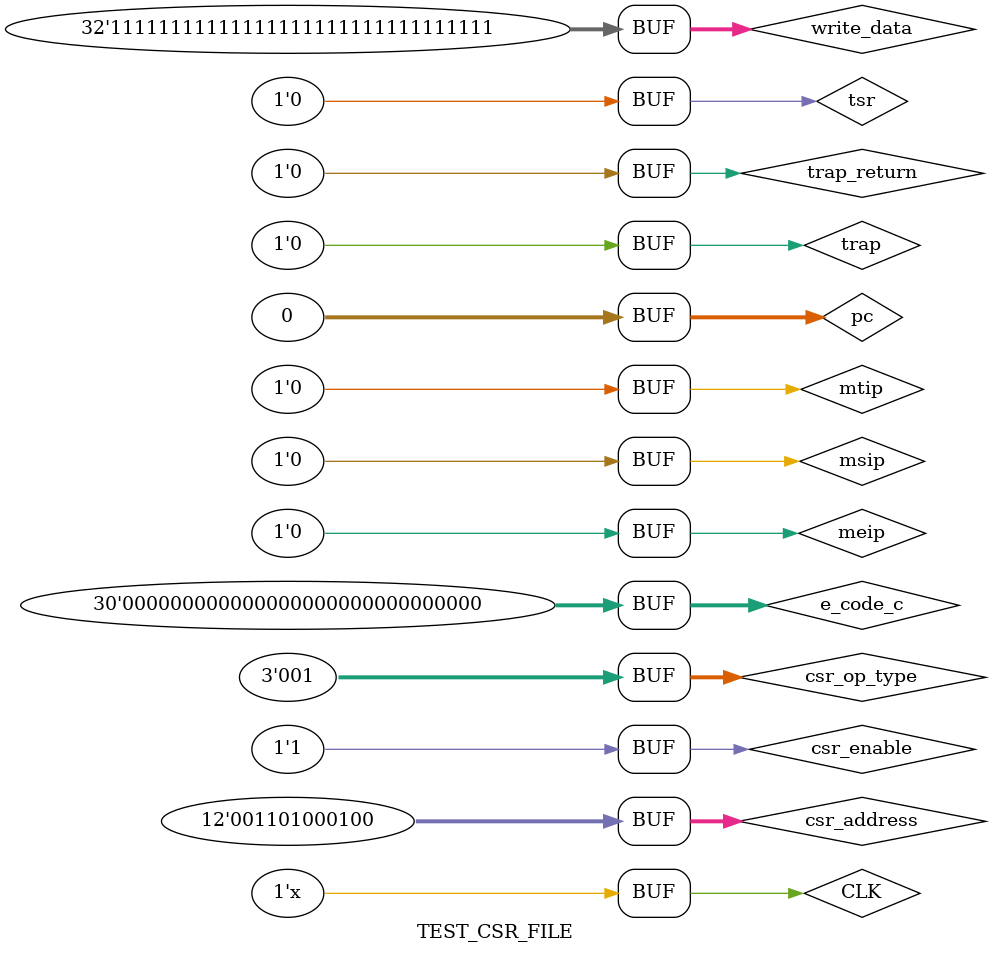
<source format=v>
module TEST_CSR_FILE();
    localparam     uie            =    12'h004    ;
    localparam     utvec            =    12'h005    ;
    localparam     uscratch        =    12'h040    ;
    localparam     uepc            =    12'h041    ;
    localparam     ucause            =    12'h042    ;
    localparam     utval            =    12'h043    ;
    localparam     uip            =    12'h044    ;
    localparam     fflags            =    12'h001    ;
    localparam     frm            =    12'h002    ;
    localparam     fcsr            =    12'h003    ;
    localparam     cycle            =    12'hC00    ;
    localparam     timer            =    12'hC01    ;
    localparam     instret        =    12'hC02    ;
    localparam     hpmcounter3    =    12'hC03    ;
    localparam     hpmcounter4    =    12'hC04    ;
    localparam     hpmcounter31    =    12'hC1F    ;
    localparam     cycleh            =    12'hC80    ;
    localparam     timeh            =    12'hC81    ;
    localparam     instreth        =    12'hC82    ;
    localparam     hpmcounter3h    =    12'hC83    ;
    localparam     hpmcounter4h    =    12'hC84    ;
    localparam     hpmcounter31h    =    12'hC9F    ;
    localparam     sstatus        =    12'h100    ;
    localparam     sedeleg        =    12'h102    ;
    localparam     sideleg        =    12'h103    ;
    localparam     sie            =    12'h104    ;
    localparam     stvec            =    12'h105    ;
    localparam     scounteren        =    12'h106    ;
    localparam     sscratch        =    12'h140    ;
    localparam     sepc            =    12'h141    ;
    localparam     scause            =    12'h142    ;
    localparam     stval            =    12'h143    ;
    localparam     sip            =    12'h144    ;
    localparam     satp            =    12'h180    ;
    localparam     mvendorid        =    12'hF11    ;
    localparam     marchid        =    12'hF12    ;
    localparam     mimpid            =    12'hF13    ;
    localparam     mhartid        =    12'hF14    ;
    localparam     mstatus        =    12'h300    ;
    localparam     misa            =   12'h301    ;
    localparam     medeleg        =    12'h302    ;
    localparam     mideleg        =    12'h303    ;
    localparam     mie            =    12'h304    ;
    localparam     mtvec            =    12'h305    ;
    localparam     mcounteren        =    12'h306    ;
    localparam     mscratch        =   12'h340    ;
    localparam     mepc            =    12'h341    ;
    localparam     mcause            =    12'h342    ;
    localparam     mtval            =    12'h343    ;
    localparam     mip            =    12'h344    ;
    localparam     pmpcfg0        =    12'h3A0    ;
    localparam     pmpcfg1        =    12'h3A1    ;
    localparam     pmpcfg2        =    12'h3A2    ;
    localparam     pmpcfg3        =    12'h3A3    ;
    localparam     pmpaddr0        =    12'h3B0    ;
    localparam     pmpaddr1        =    12'h3B1    ;
    localparam     pmpaddr15        =    12'h3BF    ;
    localparam     mcycle            =    12'hB00    ;
    localparam     minstret        =    12'hB02    ;
    localparam     mhpmcounter3    =    12'hB03    ;
    localparam     mhpmcounter4    =    12'hB04    ;
    localparam     mhpmcounter31    =    12'hB1F    ;
    localparam     mcycleh        =    12'hB80    ;
    localparam     minstreth        =    12'hB82    ;
    localparam     mhpmcounter3h    =    12'hB83    ;
    localparam     mhpmcounter4h    =    12'hB84    ;
    localparam     mhpmcounter31h    =    12'hB9F    ;
    localparam     mhpmevent3        =    12'h323    ;
    localparam     mhpmevent4        =    12'h324    ;
    localparam     mhpmevent31    =    12'h33F    ;
    localparam     tselect        =    12'h7A0    ;
    localparam     tdata1            =    12'h7A1    ;
    localparam     tdata2            =    12'h7A2    ;
    localparam     tdata3            =    12'h7A3    ;
    localparam     dcsr            =    12'h7B0    ;
    localparam     dpc            =    12'h7B1    ;
    localparam     dscratch        =    12'h7B2    ;
    // functions
    localparam   ecall          =   3'b000  ;
    localparam   ebreak         =   3'b000  ;
    
    localparam   csrrw          =   3'b001  ;
    localparam   csrrs          =   3'b010  ;
    localparam   csrrc          =   3'b011  ;
    localparam   csrrwi         =   3'b101  ;
    localparam   csrrsi         =   3'b110  ;
    localparam   csrrci         =   3'b111  ;
    
    //modes
    localparam   mmode          =   2'd3    ;
    localparam   hmode          =   2'd2    ;
    localparam   smode          =   2'd1    ;
    localparam   umode          =   2'd0 ;
    localparam     ustatus        =    12'h000    ;
   
    
    reg             CLK       =0      ;
    reg   [31  :0]  pc      =0        ;
    reg   [11   :0] csr_address  =0  ;
    reg    [31   :0] write_data  =0   ;
    reg              csr_enable    =0 ;
    reg [2    :0]    csr_op_type   =0 ;
    reg             meip          =0  ;
    reg             mtip          =0  ; 
    reg             msip          =0  ; 
    reg             trap          =0  ;
    reg [29   :0] e_code_c        =0  ;
    reg           trap_return     =0  ;
    wire            tsr           =0  ;
    wire      tvm            ;
    wire      tw             ;
    wire    [31:0]  r_data       ;
    wire [31:0] handler_pc ;
    
     CSR_FILE csr_file( .CLK(CLK),.PC(pc),.CSR_ADDRESS(csr_address),
                           .WRITE_DATA(write_data),.CSR_ENABLE(csr_enable),.CSR_OP_TYPE(csr_op_type),
                           .MEIP(meip), .MTIP(mtip),.MSIP(msip), .TRAP(trap), .E_CODE_C(e_code_c),
                           .TRAP_RETURN(trap_return) ,.R_DATA(r_data) ,.HANDLER_PC(handler_pc) );
               // ADRESS MAPPINGS
//       
    
    initial
    begin
        
//        csr_address =mstatus;
//        csr_op_type =csrrw;
//        csr_enable  =1'b1;
//        write_data  ={32{1'b1}};
//        #30;
        csr_address =mie;
        csr_op_type =csrrw;
        csr_enable  =1'b1;
        write_data  ={32{1'b1}};
        
        #30;
        csr_enable  =1'b0;
        
        #30;
        trap_return =1'b1;
        #30;
        trap_return =1'b0;
        #30;
        csr_address =mip;
        csr_op_type =csrrw;
        csr_enable  =1'b1;
        write_data  ={32{1'b1}};
        
   
        
        
    end
    always begin
        #5;
        CLK = !CLK;
    end
        
        

endmodule
</source>
